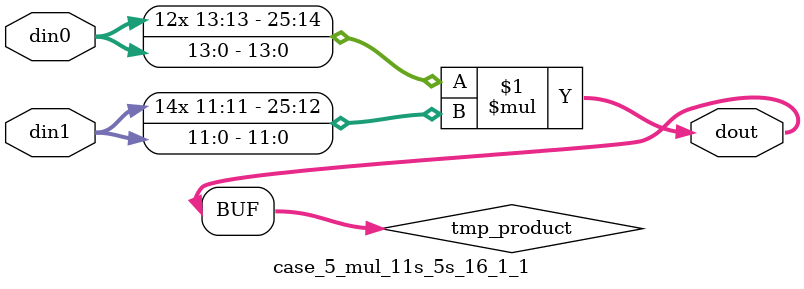
<source format=v>

`timescale 1 ns / 1 ps

 module case_5_mul_11s_5s_16_1_1(din0, din1, dout);
parameter ID = 1;
parameter NUM_STAGE = 0;
parameter din0_WIDTH = 14;
parameter din1_WIDTH = 12;
parameter dout_WIDTH = 26;

input [din0_WIDTH - 1 : 0] din0; 
input [din1_WIDTH - 1 : 0] din1; 
output [dout_WIDTH - 1 : 0] dout;

wire signed [dout_WIDTH - 1 : 0] tmp_product;



























assign tmp_product = $signed(din0) * $signed(din1);








assign dout = tmp_product;





















endmodule

</source>
